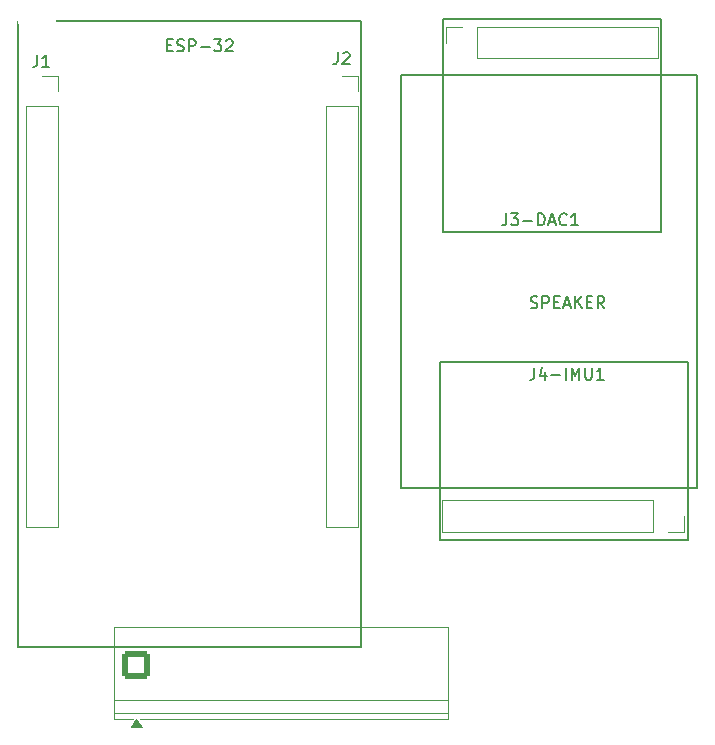
<source format=gto>
%TF.GenerationSoftware,KiCad,Pcbnew,9.0.5*%
%TF.CreationDate,2025-12-28T18:17:11+02:00*%
%TF.ProjectId,base-schematic-02,62617365-2d73-4636-9865-6d617469632d,rev?*%
%TF.SameCoordinates,Original*%
%TF.FileFunction,Legend,Top*%
%TF.FilePolarity,Positive*%
%FSLAX46Y46*%
G04 Gerber Fmt 4.6, Leading zero omitted, Abs format (unit mm)*
G04 Created by KiCad (PCBNEW 9.0.5) date 2025-12-28 18:17:11*
%MOMM*%
%LPD*%
G01*
G04 APERTURE LIST*
G04 Aperture macros list*
%AMRoundRect*
0 Rectangle with rounded corners*
0 $1 Rounding radius*
0 $2 $3 $4 $5 $6 $7 $8 $9 X,Y pos of 4 corners*
0 Add a 4 corners polygon primitive as box body*
4,1,4,$2,$3,$4,$5,$6,$7,$8,$9,$2,$3,0*
0 Add four circle primitives for the rounded corners*
1,1,$1+$1,$2,$3*
1,1,$1+$1,$4,$5*
1,1,$1+$1,$6,$7*
1,1,$1+$1,$8,$9*
0 Add four rect primitives between the rounded corners*
20,1,$1+$1,$2,$3,$4,$5,0*
20,1,$1+$1,$4,$5,$6,$7,0*
20,1,$1+$1,$6,$7,$8,$9,0*
20,1,$1+$1,$8,$9,$2,$3,0*%
G04 Aperture macros list end*
%ADD10C,0.200000*%
%ADD11C,0.150000*%
%ADD12C,0.120000*%
%ADD13R,1.700000X1.700000*%
%ADD14C,1.700000*%
%ADD15C,3.200000*%
%ADD16RoundRect,0.250001X-0.949999X-0.949999X0.949999X-0.949999X0.949999X0.949999X-0.949999X0.949999X0*%
%ADD17C,2.400000*%
G04 APERTURE END LIST*
D10*
X87709138Y-82394959D02*
X108709138Y-82394959D01*
X108709138Y-97394959D01*
X87709138Y-97394959D01*
X87709138Y-82394959D01*
X84450000Y-58025000D02*
X109450000Y-58025000D01*
X109450000Y-93025000D01*
X84450000Y-93025000D01*
X84450000Y-58025000D01*
X52000000Y-53460000D02*
X81000000Y-53460000D01*
X81000000Y-106460000D01*
X52000000Y-106460000D01*
X52000000Y-53460000D01*
X87950000Y-53335000D02*
X106450000Y-53335000D01*
X106450000Y-71335000D01*
X87950000Y-71335000D01*
X87950000Y-53335000D01*
D11*
X64588095Y-55531009D02*
X64921428Y-55531009D01*
X65064285Y-56054819D02*
X64588095Y-56054819D01*
X64588095Y-56054819D02*
X64588095Y-55054819D01*
X64588095Y-55054819D02*
X65064285Y-55054819D01*
X65445238Y-56007200D02*
X65588095Y-56054819D01*
X65588095Y-56054819D02*
X65826190Y-56054819D01*
X65826190Y-56054819D02*
X65921428Y-56007200D01*
X65921428Y-56007200D02*
X65969047Y-55959580D01*
X65969047Y-55959580D02*
X66016666Y-55864342D01*
X66016666Y-55864342D02*
X66016666Y-55769104D01*
X66016666Y-55769104D02*
X65969047Y-55673866D01*
X65969047Y-55673866D02*
X65921428Y-55626247D01*
X65921428Y-55626247D02*
X65826190Y-55578628D01*
X65826190Y-55578628D02*
X65635714Y-55531009D01*
X65635714Y-55531009D02*
X65540476Y-55483390D01*
X65540476Y-55483390D02*
X65492857Y-55435771D01*
X65492857Y-55435771D02*
X65445238Y-55340533D01*
X65445238Y-55340533D02*
X65445238Y-55245295D01*
X65445238Y-55245295D02*
X65492857Y-55150057D01*
X65492857Y-55150057D02*
X65540476Y-55102438D01*
X65540476Y-55102438D02*
X65635714Y-55054819D01*
X65635714Y-55054819D02*
X65873809Y-55054819D01*
X65873809Y-55054819D02*
X66016666Y-55102438D01*
X66445238Y-56054819D02*
X66445238Y-55054819D01*
X66445238Y-55054819D02*
X66826190Y-55054819D01*
X66826190Y-55054819D02*
X66921428Y-55102438D01*
X66921428Y-55102438D02*
X66969047Y-55150057D01*
X66969047Y-55150057D02*
X67016666Y-55245295D01*
X67016666Y-55245295D02*
X67016666Y-55388152D01*
X67016666Y-55388152D02*
X66969047Y-55483390D01*
X66969047Y-55483390D02*
X66921428Y-55531009D01*
X66921428Y-55531009D02*
X66826190Y-55578628D01*
X66826190Y-55578628D02*
X66445238Y-55578628D01*
X67445238Y-55673866D02*
X68207143Y-55673866D01*
X68588095Y-55054819D02*
X69207142Y-55054819D01*
X69207142Y-55054819D02*
X68873809Y-55435771D01*
X68873809Y-55435771D02*
X69016666Y-55435771D01*
X69016666Y-55435771D02*
X69111904Y-55483390D01*
X69111904Y-55483390D02*
X69159523Y-55531009D01*
X69159523Y-55531009D02*
X69207142Y-55626247D01*
X69207142Y-55626247D02*
X69207142Y-55864342D01*
X69207142Y-55864342D02*
X69159523Y-55959580D01*
X69159523Y-55959580D02*
X69111904Y-56007200D01*
X69111904Y-56007200D02*
X69016666Y-56054819D01*
X69016666Y-56054819D02*
X68730952Y-56054819D01*
X68730952Y-56054819D02*
X68635714Y-56007200D01*
X68635714Y-56007200D02*
X68588095Y-55959580D01*
X69588095Y-55150057D02*
X69635714Y-55102438D01*
X69635714Y-55102438D02*
X69730952Y-55054819D01*
X69730952Y-55054819D02*
X69969047Y-55054819D01*
X69969047Y-55054819D02*
X70064285Y-55102438D01*
X70064285Y-55102438D02*
X70111904Y-55150057D01*
X70111904Y-55150057D02*
X70159523Y-55245295D01*
X70159523Y-55245295D02*
X70159523Y-55340533D01*
X70159523Y-55340533D02*
X70111904Y-55483390D01*
X70111904Y-55483390D02*
X69540476Y-56054819D01*
X69540476Y-56054819D02*
X70159523Y-56054819D01*
X95380952Y-77757200D02*
X95523809Y-77804819D01*
X95523809Y-77804819D02*
X95761904Y-77804819D01*
X95761904Y-77804819D02*
X95857142Y-77757200D01*
X95857142Y-77757200D02*
X95904761Y-77709580D01*
X95904761Y-77709580D02*
X95952380Y-77614342D01*
X95952380Y-77614342D02*
X95952380Y-77519104D01*
X95952380Y-77519104D02*
X95904761Y-77423866D01*
X95904761Y-77423866D02*
X95857142Y-77376247D01*
X95857142Y-77376247D02*
X95761904Y-77328628D01*
X95761904Y-77328628D02*
X95571428Y-77281009D01*
X95571428Y-77281009D02*
X95476190Y-77233390D01*
X95476190Y-77233390D02*
X95428571Y-77185771D01*
X95428571Y-77185771D02*
X95380952Y-77090533D01*
X95380952Y-77090533D02*
X95380952Y-76995295D01*
X95380952Y-76995295D02*
X95428571Y-76900057D01*
X95428571Y-76900057D02*
X95476190Y-76852438D01*
X95476190Y-76852438D02*
X95571428Y-76804819D01*
X95571428Y-76804819D02*
X95809523Y-76804819D01*
X95809523Y-76804819D02*
X95952380Y-76852438D01*
X96380952Y-77804819D02*
X96380952Y-76804819D01*
X96380952Y-76804819D02*
X96761904Y-76804819D01*
X96761904Y-76804819D02*
X96857142Y-76852438D01*
X96857142Y-76852438D02*
X96904761Y-76900057D01*
X96904761Y-76900057D02*
X96952380Y-76995295D01*
X96952380Y-76995295D02*
X96952380Y-77138152D01*
X96952380Y-77138152D02*
X96904761Y-77233390D01*
X96904761Y-77233390D02*
X96857142Y-77281009D01*
X96857142Y-77281009D02*
X96761904Y-77328628D01*
X96761904Y-77328628D02*
X96380952Y-77328628D01*
X97380952Y-77281009D02*
X97714285Y-77281009D01*
X97857142Y-77804819D02*
X97380952Y-77804819D01*
X97380952Y-77804819D02*
X97380952Y-76804819D01*
X97380952Y-76804819D02*
X97857142Y-76804819D01*
X98238095Y-77519104D02*
X98714285Y-77519104D01*
X98142857Y-77804819D02*
X98476190Y-76804819D01*
X98476190Y-76804819D02*
X98809523Y-77804819D01*
X99142857Y-77804819D02*
X99142857Y-76804819D01*
X99714285Y-77804819D02*
X99285714Y-77233390D01*
X99714285Y-76804819D02*
X99142857Y-77376247D01*
X100142857Y-77281009D02*
X100476190Y-77281009D01*
X100619047Y-77804819D02*
X100142857Y-77804819D01*
X100142857Y-77804819D02*
X100142857Y-76804819D01*
X100142857Y-76804819D02*
X100619047Y-76804819D01*
X101619047Y-77804819D02*
X101285714Y-77328628D01*
X101047619Y-77804819D02*
X101047619Y-76804819D01*
X101047619Y-76804819D02*
X101428571Y-76804819D01*
X101428571Y-76804819D02*
X101523809Y-76852438D01*
X101523809Y-76852438D02*
X101571428Y-76900057D01*
X101571428Y-76900057D02*
X101619047Y-76995295D01*
X101619047Y-76995295D02*
X101619047Y-77138152D01*
X101619047Y-77138152D02*
X101571428Y-77233390D01*
X101571428Y-77233390D02*
X101523809Y-77281009D01*
X101523809Y-77281009D02*
X101428571Y-77328628D01*
X101428571Y-77328628D02*
X101047619Y-77328628D01*
X79066666Y-56144819D02*
X79066666Y-56859104D01*
X79066666Y-56859104D02*
X79019047Y-57001961D01*
X79019047Y-57001961D02*
X78923809Y-57097200D01*
X78923809Y-57097200D02*
X78780952Y-57144819D01*
X78780952Y-57144819D02*
X78685714Y-57144819D01*
X79495238Y-56240057D02*
X79542857Y-56192438D01*
X79542857Y-56192438D02*
X79638095Y-56144819D01*
X79638095Y-56144819D02*
X79876190Y-56144819D01*
X79876190Y-56144819D02*
X79971428Y-56192438D01*
X79971428Y-56192438D02*
X80019047Y-56240057D01*
X80019047Y-56240057D02*
X80066666Y-56335295D01*
X80066666Y-56335295D02*
X80066666Y-56430533D01*
X80066666Y-56430533D02*
X80019047Y-56573390D01*
X80019047Y-56573390D02*
X79447619Y-57144819D01*
X79447619Y-57144819D02*
X80066666Y-57144819D01*
X53606666Y-56374819D02*
X53606666Y-57089104D01*
X53606666Y-57089104D02*
X53559047Y-57231961D01*
X53559047Y-57231961D02*
X53463809Y-57327200D01*
X53463809Y-57327200D02*
X53320952Y-57374819D01*
X53320952Y-57374819D02*
X53225714Y-57374819D01*
X54606666Y-57374819D02*
X54035238Y-57374819D01*
X54320952Y-57374819D02*
X54320952Y-56374819D01*
X54320952Y-56374819D02*
X54225714Y-56517676D01*
X54225714Y-56517676D02*
X54130476Y-56612914D01*
X54130476Y-56612914D02*
X54035238Y-56660533D01*
X93337857Y-69789819D02*
X93337857Y-70504104D01*
X93337857Y-70504104D02*
X93290238Y-70646961D01*
X93290238Y-70646961D02*
X93195000Y-70742200D01*
X93195000Y-70742200D02*
X93052143Y-70789819D01*
X93052143Y-70789819D02*
X92956905Y-70789819D01*
X93718810Y-69789819D02*
X94337857Y-69789819D01*
X94337857Y-69789819D02*
X94004524Y-70170771D01*
X94004524Y-70170771D02*
X94147381Y-70170771D01*
X94147381Y-70170771D02*
X94242619Y-70218390D01*
X94242619Y-70218390D02*
X94290238Y-70266009D01*
X94290238Y-70266009D02*
X94337857Y-70361247D01*
X94337857Y-70361247D02*
X94337857Y-70599342D01*
X94337857Y-70599342D02*
X94290238Y-70694580D01*
X94290238Y-70694580D02*
X94242619Y-70742200D01*
X94242619Y-70742200D02*
X94147381Y-70789819D01*
X94147381Y-70789819D02*
X93861667Y-70789819D01*
X93861667Y-70789819D02*
X93766429Y-70742200D01*
X93766429Y-70742200D02*
X93718810Y-70694580D01*
X94766429Y-70408866D02*
X95528334Y-70408866D01*
X96004524Y-70789819D02*
X96004524Y-69789819D01*
X96004524Y-69789819D02*
X96242619Y-69789819D01*
X96242619Y-69789819D02*
X96385476Y-69837438D01*
X96385476Y-69837438D02*
X96480714Y-69932676D01*
X96480714Y-69932676D02*
X96528333Y-70027914D01*
X96528333Y-70027914D02*
X96575952Y-70218390D01*
X96575952Y-70218390D02*
X96575952Y-70361247D01*
X96575952Y-70361247D02*
X96528333Y-70551723D01*
X96528333Y-70551723D02*
X96480714Y-70646961D01*
X96480714Y-70646961D02*
X96385476Y-70742200D01*
X96385476Y-70742200D02*
X96242619Y-70789819D01*
X96242619Y-70789819D02*
X96004524Y-70789819D01*
X96956905Y-70504104D02*
X97433095Y-70504104D01*
X96861667Y-70789819D02*
X97195000Y-69789819D01*
X97195000Y-69789819D02*
X97528333Y-70789819D01*
X98433095Y-70694580D02*
X98385476Y-70742200D01*
X98385476Y-70742200D02*
X98242619Y-70789819D01*
X98242619Y-70789819D02*
X98147381Y-70789819D01*
X98147381Y-70789819D02*
X98004524Y-70742200D01*
X98004524Y-70742200D02*
X97909286Y-70646961D01*
X97909286Y-70646961D02*
X97861667Y-70551723D01*
X97861667Y-70551723D02*
X97814048Y-70361247D01*
X97814048Y-70361247D02*
X97814048Y-70218390D01*
X97814048Y-70218390D02*
X97861667Y-70027914D01*
X97861667Y-70027914D02*
X97909286Y-69932676D01*
X97909286Y-69932676D02*
X98004524Y-69837438D01*
X98004524Y-69837438D02*
X98147381Y-69789819D01*
X98147381Y-69789819D02*
X98242619Y-69789819D01*
X98242619Y-69789819D02*
X98385476Y-69837438D01*
X98385476Y-69837438D02*
X98433095Y-69885057D01*
X99385476Y-70789819D02*
X98814048Y-70789819D01*
X99099762Y-70789819D02*
X99099762Y-69789819D01*
X99099762Y-69789819D02*
X99004524Y-69932676D01*
X99004524Y-69932676D02*
X98909286Y-70027914D01*
X98909286Y-70027914D02*
X98814048Y-70075533D01*
X95707233Y-82849778D02*
X95707233Y-83564063D01*
X95707233Y-83564063D02*
X95659614Y-83706920D01*
X95659614Y-83706920D02*
X95564376Y-83802159D01*
X95564376Y-83802159D02*
X95421519Y-83849778D01*
X95421519Y-83849778D02*
X95326281Y-83849778D01*
X96611995Y-83183111D02*
X96611995Y-83849778D01*
X96373900Y-82802159D02*
X96135805Y-83516444D01*
X96135805Y-83516444D02*
X96754852Y-83516444D01*
X97135805Y-83468825D02*
X97897710Y-83468825D01*
X98373900Y-83849778D02*
X98373900Y-82849778D01*
X98850090Y-83849778D02*
X98850090Y-82849778D01*
X98850090Y-82849778D02*
X99183423Y-83564063D01*
X99183423Y-83564063D02*
X99516756Y-82849778D01*
X99516756Y-82849778D02*
X99516756Y-83849778D01*
X99992947Y-82849778D02*
X99992947Y-83659301D01*
X99992947Y-83659301D02*
X100040566Y-83754539D01*
X100040566Y-83754539D02*
X100088185Y-83802159D01*
X100088185Y-83802159D02*
X100183423Y-83849778D01*
X100183423Y-83849778D02*
X100373899Y-83849778D01*
X100373899Y-83849778D02*
X100469137Y-83802159D01*
X100469137Y-83802159D02*
X100516756Y-83754539D01*
X100516756Y-83754539D02*
X100564375Y-83659301D01*
X100564375Y-83659301D02*
X100564375Y-82849778D01*
X101564375Y-83849778D02*
X100992947Y-83849778D01*
X101278661Y-83849778D02*
X101278661Y-82849778D01*
X101278661Y-82849778D02*
X101183423Y-82992635D01*
X101183423Y-82992635D02*
X101088185Y-83087873D01*
X101088185Y-83087873D02*
X100992947Y-83135492D01*
D12*
%TO.C,J2*%
X78070000Y-60730000D02*
X78070000Y-96350000D01*
X78070000Y-60730000D02*
X80730000Y-60730000D01*
X78070000Y-96350000D02*
X80730000Y-96350000D01*
X79400000Y-58130000D02*
X80730000Y-58130000D01*
X80730000Y-58130000D02*
X80730000Y-59460000D01*
X80730000Y-60730000D02*
X80730000Y-96350000D01*
%TO.C,J1*%
X52670000Y-60730000D02*
X52670000Y-96350000D01*
X52670000Y-60730000D02*
X55330000Y-60730000D01*
X52670000Y-96350000D02*
X55330000Y-96350000D01*
X54000000Y-58130000D02*
X55330000Y-58130000D01*
X55330000Y-58130000D02*
X55330000Y-59460000D01*
X55330000Y-60730000D02*
X55330000Y-96350000D01*
%TO.C,J3-DAC1*%
X88240000Y-54005000D02*
X89570000Y-54005000D01*
X88240000Y-55335000D02*
X88240000Y-54005000D01*
X90840000Y-54005000D02*
X106140000Y-54005000D01*
X90840000Y-56665000D02*
X90840000Y-54005000D01*
X90840000Y-56665000D02*
X106140000Y-56665000D01*
X106140000Y-56665000D02*
X106140000Y-54005000D01*
%TO.C,J4*%
X60130000Y-104780000D02*
X88370000Y-104780000D01*
X60130000Y-111000000D02*
X88370000Y-111000000D01*
X60130000Y-112100000D02*
X88370000Y-112100000D01*
X60130000Y-112620000D02*
X60130000Y-104780000D01*
X61700000Y-112620000D02*
X60130000Y-112620000D01*
X88370000Y-104780000D02*
X88370000Y-112620000D01*
X88370000Y-112620000D02*
X62300000Y-112620000D01*
X62440000Y-113230000D02*
X61560000Y-113230000D01*
X62000000Y-112620000D01*
X62440000Y-113230000D01*
G36*
X62440000Y-113230000D02*
G01*
X61560000Y-113230000D01*
X62000000Y-112620000D01*
X62440000Y-113230000D01*
G37*
%TO.C,J4-IMU1*%
X87899138Y-94064959D02*
X87899138Y-96724959D01*
X105739138Y-94064959D02*
X87899138Y-94064959D01*
X105739138Y-94064959D02*
X105739138Y-96724959D01*
X105739138Y-96724959D02*
X87899138Y-96724959D01*
X108339138Y-95394959D02*
X108339138Y-96724959D01*
X108339138Y-96724959D02*
X107009138Y-96724959D01*
%TD*%
%LPC*%
D13*
%TO.C,J2*%
X79400000Y-59460000D03*
D14*
X79400000Y-62000000D03*
X79400000Y-64540000D03*
X79400000Y-67080000D03*
X79400000Y-69620000D03*
X79400000Y-72160000D03*
X79400000Y-74700000D03*
X79400000Y-77240000D03*
X79400000Y-79780000D03*
X79400000Y-82320000D03*
X79400000Y-84860000D03*
X79400000Y-87400000D03*
X79400000Y-89940000D03*
X79400000Y-92480000D03*
X79400000Y-95020000D03*
%TD*%
D13*
%TO.C,J1*%
X54000000Y-59460000D03*
D14*
X54000000Y-62000000D03*
X54000000Y-64540000D03*
X54000000Y-67080000D03*
X54000000Y-69620000D03*
X54000000Y-72160000D03*
X54000000Y-74700000D03*
X54000000Y-77240000D03*
X54000000Y-79780000D03*
X54000000Y-82320000D03*
X54000000Y-84860000D03*
X54000000Y-87400000D03*
X54000000Y-89940000D03*
X54000000Y-92480000D03*
X54000000Y-95020000D03*
%TD*%
D15*
%TO.C,H1*%
X53600000Y-53600000D03*
%TD*%
D13*
%TO.C,J3-DAC1*%
X89570000Y-55335000D03*
D14*
X92110000Y-55335000D03*
X94650000Y-55335000D03*
X97190000Y-55335000D03*
X99730000Y-55335000D03*
X102270000Y-55335000D03*
X104810000Y-55335000D03*
%TD*%
D15*
%TO.C,H4*%
X53600000Y-111400000D03*
%TD*%
D16*
%TO.C,J4*%
X62000000Y-108000000D03*
D17*
X65500000Y-108000000D03*
X69000000Y-108000000D03*
X72500000Y-108000000D03*
X76000000Y-108000000D03*
X79500000Y-108000000D03*
X83000000Y-108000000D03*
X86500000Y-108000000D03*
%TD*%
D15*
%TO.C,H3*%
X111450000Y-111430000D03*
%TD*%
%TO.C,H2*%
X111400000Y-53600000D03*
%TD*%
D13*
%TO.C,J4-IMU1*%
X107009138Y-95394959D03*
D14*
X104469138Y-95394959D03*
X101929138Y-95394959D03*
X99389138Y-95394959D03*
X96849138Y-95394959D03*
X94309138Y-95394959D03*
X91769138Y-95394959D03*
X89229138Y-95394959D03*
%TD*%
%LPD*%
M02*

</source>
